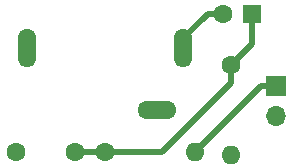
<source format=gtl>
G04 #@! TF.GenerationSoftware,KiCad,Pcbnew,(5.1.2-1)-1*
G04 #@! TF.CreationDate,2020-04-08T11:28:40-04:00*
G04 #@! TF.ProjectId,raspberry_pi_zero_mono_audio_out,72617370-6265-4727-9279-5f70695f7a65,rev?*
G04 #@! TF.SameCoordinates,Original*
G04 #@! TF.FileFunction,Copper,L1,Top*
G04 #@! TF.FilePolarity,Positive*
%FSLAX46Y46*%
G04 Gerber Fmt 4.6, Leading zero omitted, Abs format (unit mm)*
G04 Created by KiCad (PCBNEW (5.1.2-1)-1) date 2020-04-08 11:28:40*
%MOMM*%
%LPD*%
G04 APERTURE LIST*
%ADD10O,1.524000X3.302000*%
%ADD11O,3.302000X1.524000*%
%ADD12O,1.600000X1.600000*%
%ADD13C,1.600000*%
%ADD14O,1.700000X1.700000*%
%ADD15R,1.700000X1.700000*%
%ADD16R,1.600000X1.600000*%
%ADD17C,0.508000*%
%ADD18C,0.250000*%
G04 APERTURE END LIST*
D10*
X144011225Y-88301000D03*
D11*
X155011225Y-93501000D03*
D10*
X157211225Y-88301000D03*
D12*
X161290000Y-97282000D03*
D13*
X161290000Y-89662000D03*
D12*
X158242000Y-97028000D03*
D13*
X150622000Y-97028000D03*
D14*
X165100000Y-93980000D03*
D15*
X165100000Y-91440000D03*
D13*
X143082000Y-97028000D03*
X148082000Y-97028000D03*
X160568000Y-85344000D03*
D16*
X163068000Y-85344000D03*
D17*
X159436630Y-85344000D02*
X160568000Y-85344000D01*
X159279225Y-85344000D02*
X159436630Y-85344000D01*
X157211225Y-87412000D02*
X159279225Y-85344000D01*
D18*
X157211225Y-88301000D02*
X157211225Y-87412000D01*
D17*
X148082000Y-97028000D02*
X150622000Y-97028000D01*
X163068000Y-87884000D02*
X161290000Y-89662000D01*
X163068000Y-85344000D02*
X163068000Y-87884000D01*
X150622000Y-97028000D02*
X155448000Y-97028000D01*
X161290000Y-91186000D02*
X161290000Y-89662000D01*
X155448000Y-97028000D02*
X161290000Y-91186000D01*
X163830000Y-91440000D02*
X165100000Y-91440000D01*
X158242000Y-97028000D02*
X163830000Y-91440000D01*
M02*

</source>
